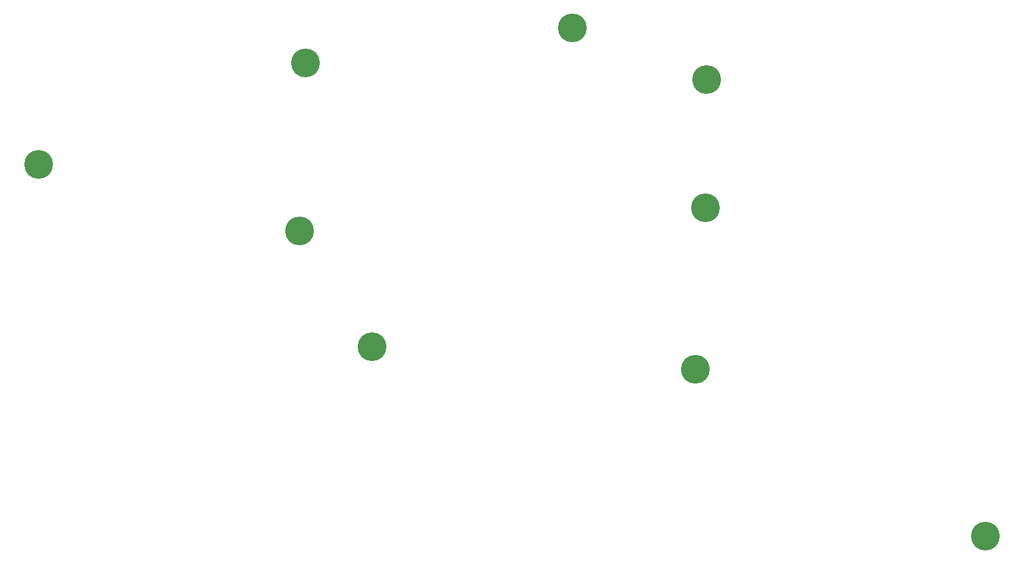
<source format=gbr>
%TF.GenerationSoftware,KiCad,Pcbnew,(6.0.10)*%
%TF.CreationDate,2023-04-21T21:48:32+03:00*%
%TF.ProjectId,blaster_top,626c6173-7465-4725-9f74-6f702e6b6963,v1.0.0*%
%TF.SameCoordinates,Original*%
%TF.FileFunction,Soldermask,Top*%
%TF.FilePolarity,Negative*%
%FSLAX46Y46*%
G04 Gerber Fmt 4.6, Leading zero omitted, Abs format (unit mm)*
G04 Created by KiCad (PCBNEW (6.0.10)) date 2023-04-21 21:48:32*
%MOMM*%
%LPD*%
G01*
G04 APERTURE LIST*
%ADD10C,4.100000*%
G04 APERTURE END LIST*
D10*
%TO.C,*%
X207093750Y-109262500D03*
%TD*%
%TO.C,*%
X169093750Y-114262500D03*
%TD*%
%TO.C,*%
X265906250Y-181768750D03*
%TD*%
%TO.C,*%
X131093750Y-128787500D03*
%TD*%
%TO.C,*%
X226218750Y-116681250D03*
%TD*%
%TO.C,*%
X178593750Y-154781250D03*
%TD*%
%TO.C,*%
X224631250Y-157956250D03*
%TD*%
%TO.C,*%
X168275000Y-138262500D03*
%TD*%
%TO.C,*%
X226093750Y-134937500D03*
%TD*%
M02*

</source>
